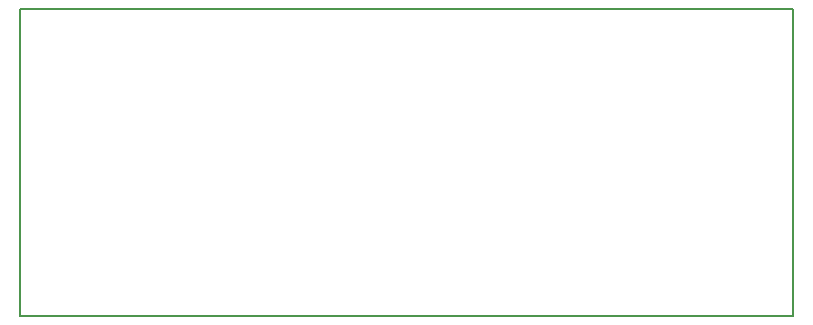
<source format=gm1>
G04 #@! TF.FileFunction,Profile,NP*
%FSLAX46Y46*%
G04 Gerber Fmt 4.6, Leading zero omitted, Abs format (unit mm)*
G04 Created by KiCad (PCBNEW 4.0.6-e0-6349~53~ubuntu16.04.1) date Sun Jul  9 20:30:41 2017*
%MOMM*%
%LPD*%
G01*
G04 APERTURE LIST*
%ADD10C,0.100000*%
%ADD11C,0.150000*%
G04 APERTURE END LIST*
D10*
D11*
X173355000Y-81915000D02*
X107950000Y-81915000D01*
X173355000Y-107950000D02*
X173355000Y-81915000D01*
X107950000Y-107950000D02*
X173355000Y-107950000D01*
X107950000Y-81915000D02*
X107950000Y-107950000D01*
M02*

</source>
